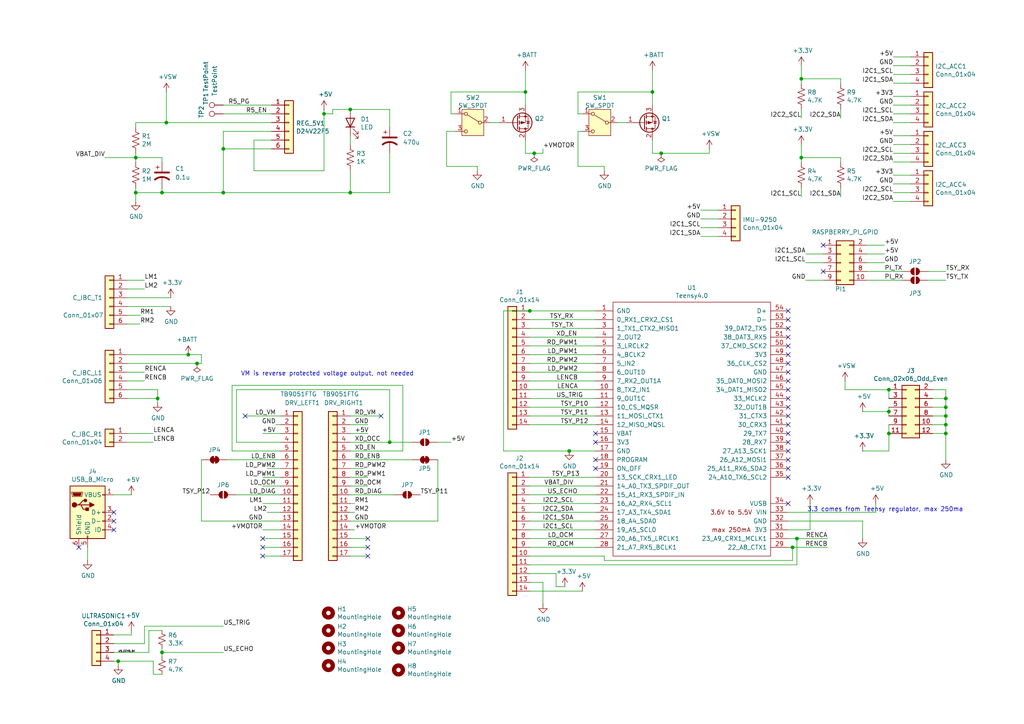
<source format=kicad_sch>
(kicad_sch (version 20250114) (generator "eeschema") (generator_version "9.0")
  (paper "A4")
  (text "3.3 comes from Teensy regulator, max 250ma" (at 279.4 148.59 0) (effects (font (size 1.27 1.27)) (justify right bottom)))
  (text "VM is reverse protected voltage output, not needed" (at 69.85 109.22 0) (effects (font (size 1.27 1.27)) (justify left bottom)))
  (junction (at 101.6 55.88))
  (junction (at 46.99 189.23))
  (junction (at 274.32 125.73))
  (junction (at 189.23 26.67))
  (junction (at 64.77 43.18))
  (junction (at 93.98 33.02))
  (junction (at 257.81 125.73))
  (junction (at 274.32 115.57))
  (junction (at 257.81 113.03))
  (junction (at 113.03 128.27))
  (junction (at 191.77 44.45))
  (junction (at 39.37 55.88))
  (junction (at 232.41 22.86))
  (junction (at 274.32 123.19))
  (junction (at 274.32 120.65))
  (junction (at 34.29 191.77))
  (junction (at 54.61 102.87))
  (junction (at 231.14 156.21))
  (junction (at 48.26 35.56))
  (junction (at 46.99 55.88))
  (junction (at 153.67 90.17))
  (junction (at 257.81 119.38))
  (junction (at 152.4 26.67))
  (junction (at 274.32 118.11))
  (junction (at 154.94 44.45))
  (junction (at 229.87 158.75))
  (junction (at 165.1 130.81))
  (junction (at 45.72 115.57))
  (junction (at 57.15 105.41))
  (junction (at 101.6 31.75))
  (junction (at 64.77 55.88))
  (junction (at 232.41 45.72))
  (junction (at 39.37 45.72))
  (no_connect (at 71.12 120.65))
  (no_connect (at 106.68 161.29))
  (no_connect (at 172.72 135.89))
  (no_connect (at 228.6 128.27))
  (no_connect (at 228.6 120.65))
  (no_connect (at 33.02 151.13))
  (no_connect (at 33.02 148.59))
  (no_connect (at 228.6 123.19))
  (no_connect (at 238.76 71.12))
  (no_connect (at 228.6 107.95))
  (no_connect (at 228.6 90.17))
  (no_connect (at 228.6 97.79))
  (no_connect (at 238.76 78.74))
  (no_connect (at 228.6 135.89))
  (no_connect (at 76.2 156.21))
  (no_connect (at 228.6 146.05))
  (no_connect (at 228.6 110.49))
  (no_connect (at 228.6 102.87))
  (no_connect (at 228.6 130.81))
  (no_connect (at 228.6 133.35))
  (no_connect (at 76.2 158.75))
  (no_connect (at 172.72 125.73))
  (no_connect (at 228.6 113.03))
  (no_connect (at 22.86 158.75))
  (no_connect (at 106.68 158.75))
  (no_connect (at 33.02 153.67))
  (no_connect (at 228.6 92.71))
  (no_connect (at 228.6 105.41))
  (no_connect (at 228.6 100.33))
  (no_connect (at 228.6 118.11))
  (no_connect (at 106.68 156.21))
  (no_connect (at 110.49 120.65))
  (no_connect (at 76.2 161.29))
  (no_connect (at 228.6 95.25))
  (no_connect (at 172.72 133.35))
  (no_connect (at 228.6 125.73))
  (no_connect (at 228.6 115.57))
  (no_connect (at 172.72 128.27))
  (no_connect (at 228.6 138.43))
  (wire (pts (xy 36.83 81.28) (xy 41.91 81.28)))
  (wire (pts (xy 78.74 43.18) (xy 64.77 43.18)))
  (wire (pts (xy 101.6 130.81) (xy 116.84 130.81)))
  (wire (pts (xy 157.48 168.91) (xy 157.48 175.26)))
  (wire (pts (xy 172.72 143.51) (xy 153.67 143.51)))
  (wire (pts (xy 205.74 44.45) (xy 205.74 43.18)))
  (wire (pts (xy 45.72 113.03) (xy 45.72 115.57)))
  (wire (pts (xy 257.81 119.38) (xy 257.81 120.65)))
  (wire (pts (xy 46.99 195.58) (xy 44.45 195.58)))
  (wire (pts (xy 64.77 30.48) (xy 78.74 30.48)))
  (wire (pts (xy 80.01 123.19) (xy 81.28 123.19)))
  (wire (pts (xy 73.66 49.53) (xy 93.98 49.53)))
  (wire (pts (xy 274.32 118.11) (xy 274.32 120.65)))
  (wire (pts (xy 36.83 102.87) (xy 54.61 102.87)))
  (wire (pts (xy 39.37 44.45) (xy 39.37 45.72)))
  (wire (pts (xy 106.68 161.29) (xy 101.6 161.29)))
  (wire (pts (xy 54.61 102.87) (xy 58.42 102.87)))
  (wire (pts (xy 45.72 116.84) (xy 45.72 115.57)))
  (wire (pts (xy 232.41 41.91) (xy 232.41 45.72)))
  (wire (pts (xy 38.1 184.15) (xy 38.1 182.88)))
  (wire (pts (xy 229.87 162.56) (xy 175.26 162.56)))
  (wire (pts (xy 153.67 171.45) (xy 168.91 171.45)))
  (wire (pts (xy 138.43 49.53) (xy 138.43 48.26)))
  (wire (pts (xy 101.6 120.65) (xy 110.49 120.65)))
  (wire (pts (xy 172.72 115.57) (xy 153.67 115.57)))
  (wire (pts (xy 68.58 113.03) (xy 68.58 128.27)))
  (wire (pts (xy 46.99 189.23) (xy 46.99 190.5)))
  (wire (pts (xy 153.67 107.95) (xy 172.72 107.95)))
  (wire (pts (xy 167.64 26.67) (xy 167.64 33.02)))
  (wire (pts (xy 68.58 128.27) (xy 81.28 128.27)))
  (wire (pts (xy 76.2 138.43) (xy 81.28 138.43)))
  (wire (pts (xy 231.14 156.21) (xy 231.14 163.83)))
  (wire (pts (xy 25.4 158.75) (xy 25.4 162.56)))
  (wire (pts (xy 36.83 113.03) (xy 45.72 113.03)))
  (wire (pts (xy 153.67 123.19) (xy 172.72 123.19)))
  (wire (pts (xy 232.41 54.61) (xy 232.41 57.15)))
  (wire (pts (xy 189.23 20.32) (xy 189.23 26.67)))
  (wire (pts (xy 152.4 40.64) (xy 152.4 44.45)))
  (wire (pts (xy 229.87 158.75) (xy 229.87 162.56)))
  (wire (pts (xy 152.4 20.32) (xy 152.4 26.67)))
  (wire (pts (xy 175.26 161.29) (xy 153.67 161.29)))
  (wire (pts (xy 48.26 26.67) (xy 48.26 35.56)))
  (wire (pts (xy 167.64 48.26) (xy 175.26 48.26)))
  (wire (pts (xy 232.41 31.75) (xy 232.41 34.29)))
  (wire (pts (xy 101.6 128.27) (xy 113.03 128.27)))
  (wire (pts (xy 48.26 35.56) (xy 78.74 35.56)))
  (wire (pts (xy 36.83 110.49) (xy 41.91 110.49)))
  (wire (pts (xy 172.72 138.43) (xy 153.67 138.43)))
  (wire (pts (xy 245.11 110.49) (xy 245.11 113.03)))
  (wire (pts (xy 259.08 19.05) (xy 264.16 19.05)))
  (wire (pts (xy 153.67 151.13) (xy 172.72 151.13)))
  (wire (pts (xy 101.6 148.59) (xy 102.87 148.59)))
  (wire (pts (xy 191.77 44.45) (xy 205.74 44.45)))
  (wire (pts (xy 259.08 53.34) (xy 264.16 53.34)))
  (wire (pts (xy 259.08 55.88) (xy 264.16 55.88)))
  (wire (pts (xy 234.95 153.67) (xy 234.95 146.05)))
  (wire (pts (xy 168.91 38.1) (xy 167.64 38.1)))
  (wire (pts (xy 106.68 158.75) (xy 101.6 158.75)))
  (wire (pts (xy 76.2 140.97) (xy 81.28 140.97)))
  (wire (pts (xy 113.03 55.88) (xy 101.6 55.88)))
  (wire (pts (xy 142.24 35.56) (xy 144.78 35.56)))
  (wire (pts (xy 243.84 46.99) (xy 243.84 45.72)))
  (wire (pts (xy 152.4 26.67) (xy 152.4 30.48)))
  (wire (pts (xy 238.76 81.28) (xy 233.68 81.28)))
  (wire (pts (xy 269.24 81.28) (xy 274.32 81.28)))
  (wire (pts (xy 251.46 71.12) (xy 256.54 71.12)))
  (wire (pts (xy 130.81 26.67) (xy 130.81 33.02)))
  (wire (pts (xy 46.99 187.96) (xy 46.99 189.23)))
  (wire (pts (xy 39.37 35.56) (xy 48.26 35.56)))
  (wire (pts (xy 36.83 105.41) (xy 57.15 105.41)))
  (wire (pts (xy 127 128.27) (xy 130.81 128.27)))
  (wire (pts (xy 146.05 90.17) (xy 146.05 130.81)))
  (wire (pts (xy 39.37 55.88) (xy 39.37 58.42)))
  (wire (pts (xy 270.51 123.19) (xy 274.32 123.19)))
  (wire (pts (xy 257.81 118.11) (xy 257.81 119.38)))
  (wire (pts (xy 44.45 191.77) (xy 34.29 191.77)))
  (wire (pts (xy 257.81 113.03) (xy 257.81 115.57)))
  (wire (pts (xy 274.32 125.73) (xy 274.32 133.35)))
  (wire (pts (xy 152.4 44.45) (xy 154.94 44.45)))
  (wire (pts (xy 228.6 156.21) (xy 231.14 156.21)))
  (wire (pts (xy 101.6 55.88) (xy 101.6 49.53)))
  (wire (pts (xy 153.67 158.75) (xy 172.72 158.75)))
  (wire (pts (xy 179.07 35.56) (xy 181.61 35.56)))
  (wire (pts (xy 64.77 38.1) (xy 64.77 43.18)))
  (wire (pts (xy 257.81 125.73) (xy 257.81 130.81)))
  (wire (pts (xy 71.12 120.65) (xy 81.28 120.65)))
  (wire (pts (xy 49.53 88.9) (xy 36.83 88.9)))
  (wire (pts (xy 77.47 148.59) (xy 81.28 148.59)))
  (wire (pts (xy 203.2 66.04) (xy 208.28 66.04)))
  (wire (pts (xy 113.03 36.83) (xy 113.03 31.75)))
  (wire (pts (xy 36.83 128.27) (xy 44.45 128.27)))
  (wire (pts (xy 153.67 97.79) (xy 172.72 97.79)))
  (wire (pts (xy 172.72 92.71) (xy 153.67 92.71)))
  (wire (pts (xy 67.31 111.76) (xy 116.84 111.76)))
  (wire (pts (xy 76.2 156.21) (xy 81.28 156.21)))
  (wire (pts (xy 167.64 38.1) (xy 167.64 48.26)))
  (wire (pts (xy 39.37 35.56) (xy 39.37 36.83)))
  (wire (pts (xy 64.77 33.02) (xy 78.74 33.02)))
  (wire (pts (xy 228.6 158.75) (xy 229.87 158.75)))
  (wire (pts (xy 34.29 191.77) (xy 34.29 193.04)))
  (wire (pts (xy 208.28 60.96) (xy 203.2 60.96)))
  (wire (pts (xy 39.37 54.61) (xy 39.37 55.88)))
  (wire (pts (xy 153.67 146.05) (xy 172.72 146.05)))
  (wire (pts (xy 39.37 55.88) (xy 46.99 55.88)))
  (wire (pts (xy 257.81 123.19) (xy 257.81 125.73)))
  (wire (pts (xy 153.67 168.91) (xy 157.48 168.91)))
  (wire (pts (xy 232.41 45.72) (xy 232.41 46.99)))
  (wire (pts (xy 105.41 135.89) (xy 101.6 135.89)))
  (wire (pts (xy 254 148.59) (xy 254 146.05)))
  (wire (pts (xy 44.45 195.58) (xy 44.45 191.77)))
  (wire (pts (xy 257.81 130.81) (xy 250.19 130.81)))
  (wire (pts (xy 46.99 189.23) (xy 64.77 189.23)))
  (wire (pts (xy 259.08 24.13) (xy 264.16 24.13)))
  (wire (pts (xy 259.08 30.48) (xy 264.16 30.48)))
  (wire (pts (xy 132.08 38.1) (xy 129.54 38.1)))
  (wire (pts (xy 274.32 120.65) (xy 274.32 123.19)))
  (wire (pts (xy 106.68 138.43) (xy 101.6 138.43)))
  (wire (pts (xy 172.72 90.17) (xy 153.67 90.17)))
  (wire (pts (xy 243.84 54.61) (xy 243.84 57.15)))
  (wire (pts (xy 78.74 38.1) (xy 64.77 38.1)))
  (wire (pts (xy 36.83 83.82) (xy 41.91 83.82)))
  (wire (pts (xy 203.2 68.58) (xy 208.28 68.58)))
  (wire (pts (xy 259.08 35.56) (xy 264.16 35.56)))
  (wire (pts (xy 157.48 44.45) (xy 154.94 44.45)))
  (wire (pts (xy 167.64 26.67) (xy 189.23 26.67)))
  (wire (pts (xy 172.72 148.59) (xy 153.67 148.59)))
  (wire (pts (xy 175.26 49.53) (xy 175.26 48.26)))
  (wire (pts (xy 153.67 100.33) (xy 172.72 100.33)))
  (wire (pts (xy 96.52 33.02) (xy 93.98 33.02)))
  (wire (pts (xy 36.83 125.73) (xy 44.45 125.73)))
  (wire (pts (xy 33.02 191.77) (xy 34.29 191.77)))
  (wire (pts (xy 243.84 45.72) (xy 232.41 45.72)))
  (wire (pts (xy 101.6 151.13) (xy 127 151.13)))
  (wire (pts (xy 116.84 111.76) (xy 116.84 130.81)))
  (wire (pts (xy 57.15 105.41) (xy 58.42 105.41)))
  (wire (pts (xy 129.54 38.1) (xy 129.54 48.26)))
  (wire (pts (xy 259.08 44.45) (xy 264.16 44.45)))
  (wire (pts (xy 76.2 153.67) (xy 81.28 153.67)))
  (wire (pts (xy 93.98 33.02) (xy 93.98 31.75)))
  (wire (pts (xy 130.81 26.67) (xy 152.4 26.67)))
  (wire (pts (xy 153.67 95.25) (xy 172.72 95.25)))
  (wire (pts (xy 67.31 130.81) (xy 67.31 111.76)))
  (wire (pts (xy 270.51 115.57) (xy 274.32 115.57)))
  (wire (pts (xy 259.08 58.42) (xy 264.16 58.42)))
  (wire (pts (xy 40.64 91.44) (xy 36.83 91.44)))
  (wire (pts (xy 238.76 73.66) (xy 233.68 73.66)))
  (wire (pts (xy 81.28 125.73) (xy 76.2 125.73)))
  (wire (pts (xy 58.42 102.87) (xy 58.42 105.41)))
  (wire (pts (xy 33.02 189.23) (xy 43.18 189.23)))
  (wire (pts (xy 46.99 46.99) (xy 46.99 45.72)))
  (wire (pts (xy 269.24 78.74) (xy 274.32 78.74)))
  (wire (pts (xy 64.77 55.88) (xy 101.6 55.88)))
  (wire (pts (xy 172.72 110.49) (xy 153.67 110.49)))
  (wire (pts (xy 153.67 113.03) (xy 172.72 113.03)))
  (wire (pts (xy 229.87 158.75) (xy 240.03 158.75)))
  (wire (pts (xy 101.6 146.05) (xy 102.87 146.05)))
  (wire (pts (xy 250.19 119.38) (xy 257.81 119.38)))
  (wire (pts (xy 157.48 43.18) (xy 157.48 44.45)))
  (wire (pts (xy 68.58 143.51) (xy 81.28 143.51)))
  (wire (pts (xy 232.41 22.86) (xy 232.41 24.13)))
  (wire (pts (xy 43.18 189.23) (xy 43.18 182.88)))
  (wire (pts (xy 153.67 166.37) (xy 161.29 166.37)))
  (wire (pts (xy 36.83 115.57) (xy 45.72 115.57)))
  (wire (pts (xy 76.2 158.75) (xy 81.28 158.75)))
  (wire (pts (xy 39.37 45.72) (xy 30.48 45.72)))
  (wire (pts (xy 101.6 123.19) (xy 106.68 123.19)))
  (wire (pts (xy 67.31 130.81) (xy 81.28 130.81)))
  (wire (pts (xy 153.67 153.67) (xy 172.72 153.67)))
  (wire (pts (xy 251.46 78.74) (xy 261.62 78.74)))
  (wire (pts (xy 46.99 54.61) (xy 46.99 55.88)))
  (wire (pts (xy 36.83 86.36) (xy 49.53 86.36)))
  (wire (pts (xy 264.16 16.51) (xy 259.08 16.51)))
  (wire (pts (xy 101.6 143.51) (xy 114.3 143.51)))
  (wire (pts (xy 153.67 140.97) (xy 172.72 140.97)))
  (wire (pts (xy 274.32 123.19) (xy 274.32 125.73)))
  (wire (pts (xy 46.99 55.88) (xy 64.77 55.88)))
  (wire (pts (xy 146.05 130.81) (xy 165.1 130.81)))
  (wire (pts (xy 77.47 135.89) (xy 81.28 135.89)))
  (wire (pts (xy 153.67 102.87) (xy 172.72 102.87)))
  (wire (pts (xy 113.03 113.03) (xy 68.58 113.03)))
  (wire (pts (xy 161.29 166.37) (xy 161.29 170.18)))
  (wire (pts (xy 64.77 43.18) (xy 64.77 55.88)))
  (wire (pts (xy 203.2 63.5) (xy 208.28 63.5)))
  (wire (pts (xy 41.91 181.61) (xy 64.77 181.61)))
  (wire (pts (xy 228.6 148.59) (xy 254 148.59)))
  (wire (pts (xy 106.68 156.21) (xy 101.6 156.21)))
  (wire (pts (xy 101.6 153.67) (xy 102.87 153.67)))
  (wire (pts (xy 36.83 107.95) (xy 41.91 107.95)))
  (wire (pts (xy 153.67 90.17) (xy 146.05 90.17)))
  (wire (pts (xy 39.37 45.72) (xy 39.37 46.99)))
  (wire (pts (xy 153.67 105.41) (xy 172.72 105.41)))
  (wire (pts (xy 270.51 125.73) (xy 274.32 125.73)))
  (wire (pts (xy 58.42 151.13) (xy 81.28 151.13)))
  (wire (pts (xy 245.11 113.03) (xy 257.81 113.03)))
  (wire (pts (xy 153.67 118.11) (xy 172.72 118.11)))
  (wire (pts (xy 129.54 48.26) (xy 138.43 48.26)))
  (wire (pts (xy 101.6 133.35) (xy 119.38 133.35)))
  (wire (pts (xy 165.1 130.81) (xy 172.72 130.81)))
  (wire (pts (xy 259.08 41.91) (xy 264.16 41.91)))
  (wire (pts (xy 76.2 146.05) (xy 81.28 146.05)))
  (wire (pts (xy 167.64 33.02) (xy 168.91 33.02)))
  (wire (pts (xy 228.6 153.67) (xy 234.95 153.67)))
  (wire (pts (xy 270.51 118.11) (xy 274.32 118.11)))
  (wire (pts (xy 76.2 161.29) (xy 81.28 161.29)))
  (wire (pts (xy 172.72 120.65) (xy 153.67 120.65)))
  (wire (pts (xy 251.46 81.28) (xy 261.62 81.28)))
  (wire (pts (xy 259.08 50.8) (xy 264.16 50.8)))
  (wire (pts (xy 113.03 44.45) (xy 113.03 55.88)))
  (wire (pts (xy 153.67 163.83) (xy 231.14 163.83)))
  (wire (pts (xy 251.46 76.2) (xy 256.54 76.2)))
  (wire (pts (xy 96.52 31.75) (xy 96.52 33.02)))
  (wire (pts (xy 231.14 156.21) (xy 240.03 156.21)))
  (wire (pts (xy 33.02 186.69) (xy 41.91 186.69)))
  (wire (pts (xy 78.74 40.64) (xy 73.66 40.64)))
  (wire (pts (xy 41.91 186.69) (xy 41.91 181.61)))
  (wire (pts (xy 264.16 27.94) (xy 259.08 27.94)))
  (wire (pts (xy 189.23 40.64) (xy 189.23 44.45)))
  (wire (pts (xy 127 151.13) (xy 127 133.35)))
  (wire (pts (xy 58.42 151.13) (xy 58.42 133.35)))
  (wire (pts (xy 274.32 115.57) (xy 274.32 118.11)))
  (wire (pts (xy 274.32 113.03) (xy 274.32 115.57)))
  (wire (pts (xy 101.6 31.75) (xy 96.52 31.75)))
  (wire (pts (xy 189.23 44.45) (xy 191.77 44.45)))
  (wire (pts (xy 259.08 46.99) (xy 264.16 46.99)))
  (wire (pts (xy 106.68 140.97) (xy 101.6 140.97)))
  (wire (pts (xy 73.66 40.64) (xy 73.66 49.53)))
  (wire (pts (xy 66.04 133.35) (xy 81.28 133.35)))
  (wire (pts (xy 39.37 45.72) (xy 46.99 45.72)))
  (wire (pts (xy 228.6 151.13) (xy 250.19 151.13)))
  (wire (pts (xy 113.03 128.27) (xy 113.03 113.03)))
  (wire (pts (xy 153.67 156.21) (xy 172.72 156.21)))
  (wire (pts (xy 93.98 49.53) (xy 93.98 33.02)))
  (wire (pts (xy 101.6 125.73) (xy 106.68 125.73)))
  (wire (pts (xy 101.6 31.75) (xy 113.03 31.75)))
  (wire (pts (xy 243.84 22.86) (xy 232.41 22.86)))
  (wire (pts (xy 259.08 21.59) (xy 264.16 21.59)))
  (wire (pts (xy 175.26 162.56) (xy 175.26 161.29)))
  (wire (pts (xy 238.76 76.2) (xy 233.68 76.2)))
  (wire (pts (xy 270.51 120.65) (xy 274.32 120.65)))
  (wire (pts (xy 243.84 31.75) (xy 243.84 34.29)))
  (wire (pts (xy 251.46 73.66) (xy 256.54 73.66)))
  (wire (pts (xy 189.23 26.67) (xy 189.23 30.48)))
  (wire (pts (xy 250.19 151.13) (xy 250.19 156.21)))
  (wire (pts (xy 33.02 184.15) (xy 38.1 184.15)))
  (wire (pts (xy 101.6 41.91) (xy 101.6 39.37)))
  (wire (pts (xy 161.29 170.18) (xy 163.83 170.18)))
  (wire (pts (xy 243.84 24.13) (xy 243.84 22.86)))
  (wire (pts (xy 232.41 19.05) (xy 232.41 22.86)))
  (wire (pts (xy 33.02 143.51) (xy 38.1 143.51)))
  (wire (pts (xy 43.18 182.88) (xy 46.99 182.88)))
  (wire (pts (xy 259.08 33.02) (xy 264.16 33.02)))
  (wire (pts (xy 130.81 33.02) (xy 132.08 33.02)))
  (wire (pts (xy 113.03 128.27) (xy 119.38 128.27)))
  (wire (pts (xy 40.64 93.98) (xy 36.83 93.98)))
  (wire (pts (xy 264.16 39.37) (xy 259.08 39.37)))
  (wire (pts (xy 270.51 113.03) (xy 274.32 113.03)))
  (label "TSY_RX" (at 274.32 78.74 0))
  (label "TSY_P12" (at 162.56 123.19 0))
  (label "US_ECHO" (at 158.75 143.51 0))
  (label "RD_DIAG" (at 102.87 143.51 0))
  (label "+5V" (at 259.08 16.51 180))
  (label "LD_PWM1" (at 167.64 102.87 180))
  (label "+5V" (at 256.54 73.66 0))
  (label "LENCA" (at 44.45 125.73 0))
  (label "GND" (at 233.68 81.28 180))
  (label "GND" (at 80.01 123.19 180))
  (label "TSY_RX" (at 166.37 92.71 180))
  (label "RM2" (at 40.64 93.98 0))
  (label "LENCA" (at 167.64 113.03 180))
  (label "XD_EN" (at 102.87 130.81 0))
  (label "I2C1_SCL" (at 259.08 21.59 180))
  (label "US_ECHO_5V" (at 34.29 189.23 0) (effects (font (size 0.508 0.508))))
  (label "RD_OCM" (at 102.87 140.97 0))
  (label "RENCA" (at 240.03 156.21 180))
  (label "RM1" (at 40.64 91.44 0))
  (label "I2C1_SDA" (at 166.37 151.13 180))
  (label "+5V" (at 259.08 39.37 180))
  (label "LD_OCM" (at 166.37 156.21 180))
  (label "RD_ENB" (at 102.87 133.35 0))
  (label "GND" (at 259.08 19.05 180))
  (label "LD_OCM" (at 80.01 140.97 180))
  (label "RD_PWM2" (at 102.87 135.89 0))
  (label "R5_PG" (at 72.39 30.48 180))
  (label "R5_EN" (at 77.47 33.02 180))
  (label "GND" (at 102.87 123.19 0))
  (label "I2C1_SDA" (at 259.08 35.56 180))
  (label "+3V3" (at 259.08 27.94 180))
  (label "I2C1_SCL" (at 166.37 153.67 180))
  (label "I2C2_SCL" (at 166.37 146.05 180))
  (label "PI_TX" (at 256.54 78.74 0))
  (label "TSY_P10" (at 162.56 118.11 0))
  (label "LD_DIAG" (at 80.01 143.51 180))
  (label "PI_RX" (at 256.54 81.28 0))
  (label "I2C1_SCL" (at 203.2 66.04 180))
  (label "GND" (at 259.08 30.48 180))
  (label "LD_PWM1" (at 80.01 138.43 180))
  (label "GND" (at 76.2 151.13 180))
  (label "I2C2_SDA" (at 259.08 58.42 180))
  (label "RENCB" (at 41.91 110.49 0))
  (label "TSY_P12" (at 60.96 143.51 180))
  (label "I2C2_SCL" (at 259.08 55.88 180))
  (label "GND" (at 259.08 53.34 180))
  (label "I2C1_SDA" (at 203.2 68.58 180))
  (label "I2C1_SDA" (at 243.84 57.15 180))
  (label "RM1" (at 102.87 146.05 0))
  (label "+5V" (at 102.87 125.73 0))
  (label "TSY_P13" (at 160.02 138.43 0))
  (label "XD_EN" (at 161.29 97.79 0))
  (label "+3V3" (at 259.08 50.8 180))
  (label "VBAT_DIV" (at 166.37 140.97 180))
  (label "LD_PWM2" (at 80.01 135.89 180))
  (label "US_TRIG" (at 64.77 181.61 0))
  (label "LM2" (at 77.47 148.59 180))
  (label "TSY_TX" (at 166.37 95.25 180))
  (label "I2C2_SCL" (at 232.41 34.29 180))
  (label "I2C1_SCL" (at 233.68 76.2 180))
  (label "GND" (at 256.54 76.2 0))
  (label "VBAT_DIV" (at 30.48 45.72 180))
  (label "GND" (at 102.87 151.13 0))
  (label "RD_PWM1" (at 102.87 138.43 0))
  (label "+VMOTOR" (at 76.2 153.67 180))
  (label "I2C1_SDA" (at 259.08 24.13 180))
  (label "LM2" (at 41.91 83.82 0))
  (label "RM2" (at 102.87 148.59 0))
  (label "RENCA" (at 41.91 107.95 0))
  (label "+5V" (at 203.2 60.96 180))
  (label "I2C1_SCL" (at 259.08 33.02 180))
  (label "LM1" (at 41.91 81.28 0))
  (label "TSY_TX" (at 274.32 81.28 0))
  (label "+5V" (at 130.81 128.27 0))
  (label "RD_OCM" (at 158.75 158.75 0))
  (label "I2C1_SCL" (at 232.41 57.15 180))
  (label "TSY_P11" (at 121.92 143.51 0))
  (label "I2C2_SDA" (at 166.37 148.59 180))
  (label "RD_VM" (at 102.87 120.65 0))
  (label "I2C1_SDA" (at 233.68 73.66 180))
  (label "LENCB" (at 44.45 128.27 0))
  (label "LD_ENB" (at 80.01 133.35 180))
  (label "US_ECHO" (at 64.77 189.23 0))
  (label "+VMOTOR" (at 102.87 153.67 0))
  (label "I2C2_SDA" (at 243.84 34.29 180))
  (label "RD_PWM2" (at 167.64 105.41 180))
  (label "LENCB" (at 167.64 110.49 180))
  (label "+5V" (at 80.01 125.73 180))
  (label "RENCB" (at 240.03 158.75 180))
  (label "GND" (at 203.2 63.5 180))
  (label "LM1" (at 76.2 146.05 180))
  (label "I2C2_SCL" (at 259.08 44.45 180))
  (label "+5V" (at 256.54 71.12 0))
  (label "LD_PWM2" (at 167.64 107.95 180))
  (label "GND" (at 259.08 41.91 180))
  (label "+VMOTOR" (at 157.48 43.18 0))
  (label "LD_VM" (at 80.01 120.65 180))
  (label "I2C2_SDA" (at 259.08 46.99 180))
  (label "XD_OCC" (at 102.87 128.27 0))
  (label "TSY_P11" (at 162.56 120.65 0))
  (label "RD_PWM1" (at 167.64 100.33 180))
  (label "US_TRIG" (at 161.29 115.57 0))
  (symbol (lib_id "teensy:Teensy4.0") (at 200.66 124.46 0) (unit 1)
    (property "Reference" "U1" (at 200.66 83.439 0))
    (property "Value" "Teensy4.0" (at 200.66 85.7504 0))
    (property "Footprint" "teensy:Teensy40_simple" (effects (hide yes)))
  )
  (symbol (lib_id "Connector_Generic:Conn_01x04") (at 213.36 63.5 0) (unit 1)
    (property "Reference" "IMU-9250" (at 215.392 63.7032 0) (effects (justify left)))
    (property "Value" "Conn_01x04" (at 215.392 66.0146 0) (effects (justify left)))
    (property "Footprint" "teensy:MPU9250_BB" (effects (hide yes)))
  )
  (symbol (lib_id "Connector_Generic:Conn_01x06") (at 31.75 86.36 0) (mirror y) (unit 1)
    (property "Reference" "C_IBC_T1" (at 25.4 86.36 0))
    (property "Value" "Conn_01x07" (at 24.13 91.44 0))
    (property "Footprint" "Connector_PinHeader_2.54mm:PinHeader_1x06_P2.54mm_Vertical" (effects (hide yes)))
  )
  (symbol (lib_id "Connector_Generic:Conn_01x17") (at 86.36 140.97 0) (unit 1)
    (property "Reference" "DRV_LEFT1" (at 82.55 116.84 0) (effects (justify left)))
    (property "Value" "TB9051FTG" (at 81.28 114.3 0) (effects (justify left)))
    (property "Footprint" "teensy:TB9051FTG_db" (effects (hide yes)))
  )
  (symbol (lib_id "Connector_Generic:Conn_01x06") (at 83.82 35.56 0) (unit 1)
    (property "Reference" "REG_5V1" (at 85.852 35.7632 0) (effects (justify left)))
    (property "Value" "D24V22F5" (at 85.852 38.0746 0) (effects (justify left)))
    (property "Footprint" "teensy:D24V2F5_bb" (effects (hide yes)))
  )
  (symbol (lib_id "Connector_Generic:Conn_01x06") (at 31.75 107.95 0) (mirror y) (unit 1)
    (property "Reference" "C_IBC_L1" (at 29.718 108.1532 0) (effects (justify left)))
    (property "Value" "Conn_01x06" (at 29.718 110.4646 0) (effects (justify left)))
    (property "Footprint" "Connector_PinHeader_2.54mm:PinHeader_1x06_P2.54mm_Vertical" (effects (hide yes)))
  )
  (symbol (lib_id "Device:LED") (at 101.6 35.56 90) (unit 1)
    (property "Reference" "D1" (at 104.5718 34.5694 90) (effects (justify right)))
    (property "Value" "LED" (at 104.5718 36.8808 90) (effects (justify right)))
    (property "Footprint" "LED_THT:LED_D5.0mm" (effects (hide yes)))
  )
  (symbol (lib_id "Device:R_US") (at 101.6 45.72 0) (unit 1)
    (property "Reference" "R3" (at 103.3272 44.5516 0) (effects (justify left)))
    (property "Value" "1K" (at 103.3272 46.863 0) (effects (justify left)))
    (property "Footprint" "Resistor_THT:R_Axial_DIN0309_L9.0mm_D3.2mm_P2.54mm_Vertical" (effects (hide yes)))
  )
  (symbol (lib_id "Device:R_US") (at 39.37 40.64 0) (unit 1)
    (property "Reference" "R1" (at 41.0972 39.4716 0) (effects (justify left)))
    (property "Value" "2M" (at 41.0972 41.783 0) (effects (justify left)))
    (property "Footprint" "Resistor_THT:R_Axial_DIN0309_L9.0mm_D3.2mm_P2.54mm_Vertical" (effects (hide yes)))
  )
  (symbol (lib_id "Device:R_US") (at 39.37 50.8 0) (unit 1)
    (property "Reference" "R2" (at 41.0972 49.6316 0) (effects (justify left)))
    (property "Value" "1M" (at 41.0972 51.943 0) (effects (justify left)))
    (property "Footprint" "Resistor_THT:R_Axial_DIN0309_L9.0mm_D3.2mm_P2.54mm_Vertical" (effects (hide yes)))
  )
  (symbol (lib_id "power:GND") (at 39.37 58.42 0) (unit 1)
    (property "Reference" "#PWR0101" (effects (hide yes)))
    (property "Value" "GND" (at 39.497 62.8142 0))
  )
  (symbol (lib_id "power:+5V") (at 93.98 31.75 0) (unit 1)
    (property "Reference" "#PWR0102" (effects (hide yes)))
    (property "Value" "+5V" (at 94.361 27.3558 0))
  )
  (symbol (lib_id "power:+BATT") (at 189.23 20.32 0) (unit 1)
    (property "Reference" "#PWR0103" (effects (hide yes)))
    (property "Value" "+BATT" (at 189.611 15.9258 0))
  )
  (symbol (lib_id "power:+VSW") (at 205.74 43.18 0) (unit 1)
    (property "Reference" "#PWR0104" (effects (hide yes)))
    (property "Value" "+VSW" (at 206.121 38.7858 0))
  )
  (symbol (lib_id "power:+BATT") (at 54.61 102.87 0) (mirror y) (unit 1)
    (property "Reference" "#PWR0109" (effects (hide yes)))
    (property "Value" "+BATT" (at 54.229 98.4758 0))
  )
  (symbol (lib_id "power:GND") (at 49.53 88.9 0) (unit 1)
    (property "Reference" "#PWR0110" (effects (hide yes)))
    (property "Value" "GND" (at 49.657 93.2942 0))
  )
  (symbol (lib_id "power:GND") (at 250.19 156.21 0) (unit 1)
    (property "Reference" "#PWR012" (effects (hide yes)))
    (property "Value" "GND" (at 250.317 160.6042 0))
  )
  (symbol (lib_id "power:+5V") (at 254 146.05 0) (unit 1)
    (property "Reference" "#PWR013" (effects (hide yes)))
    (property "Value" "+5V" (at 254.381 141.6558 0))
  )
  (symbol (lib_id "Connector:TestPoint") (at 64.77 30.48 90) (unit 1)
    (property "Reference" "TP1" (at 59.69 30.48 0) (effects (justify left)))
    (property "Value" "TestPoint" (at 59.69 26.67 0) (effects (justify left)))
    (property "Footprint" "TestPoint:TestPoint_Pad_D2.0mm" (effects (hide yes)))
  )
  (symbol (lib_id "Connector:TestPoint") (at 64.77 33.02 90) (unit 1)
    (property "Reference" "TP2" (at 58.42 34.29 0) (effects (justify left)))
    (property "Value" "TestPoint" (at 62.23 27.94 0) (effects (justify left)))
    (property "Footprint" "TestPoint:TestPoint_Pad_D2.0mm" (effects (hide yes)))
  )
  (symbol (lib_id "Connector_Generic:Conn_01x04") (at 27.94 186.69 0) (mirror y) (unit 1)
    (property "Reference" "ULTRASONIC1" (at 30.0228 178.6382 0))
    (property "Value" "Conn_01x04" (at 30.0228 180.9496 0))
    (property "Footprint" "Connector_PinHeader_2.54mm:PinHeader_1x04_P2.54mm_Vertical" (effects (hide yes)))
  )
  (symbol (lib_id "Connector_Generic:Conn_01x17") (at 96.52 140.97 0) (mirror y) (unit 1)
    (property "Reference" "DRV_RIGHT1" (at 105.41 116.84 0) (effects (justify left)))
    (property "Value" "TB9051FTG" (at 104.14 114.3 0) (effects (justify left)))
    (property "Footprint" "teensy:TB9051FTG_db" (effects (hide yes)))
  )
  (symbol (lib_id "power:+5V") (at 38.1 182.88 0) (unit 1)
    (property "Reference" "#PWR04" (effects (hide yes)))
    (property "Value" "+5V" (at 38.481 178.4858 0))
  )
  (symbol (lib_id "power:GND") (at 34.29 193.04 0) (unit 1)
    (property "Reference" "#PWR03" (effects (hide yes)))
    (property "Value" "GND" (at 34.417 197.4342 0))
  )
  (symbol (lib_id "Device:R_Small_US") (at 46.99 185.42 0) (unit 1)
    (property "Reference" "R6" (at 48.7172 184.2516 0) (effects (justify left)))
    (property "Value" "3.3K" (at 48.7172 186.563 0) (effects (justify left)))
    (property "Footprint" "Resistor_THT:R_Axial_DIN0309_L9.0mm_D3.2mm_P2.54mm_Vertical" (effects (hide yes)))
  )
  (symbol (lib_id "Device:R_Small_US") (at 46.99 193.04 0) (unit 1)
    (property "Reference" "R7" (at 48.7172 191.8716 0) (effects (justify left)))
    (property "Value" "4.7K" (at 48.7172 194.183 0) (effects (justify left)))
    (property "Footprint" "Resistor_THT:R_Axial_DIN0309_L9.0mm_D3.2mm_P2.54mm_Vertical" (effects (hide yes)))
  )
  (symbol (lib_id "Connector_Generic:Conn_01x14") (at 148.59 105.41 0) (mirror y) (unit 1)
    (property "Reference" "J1" (at 150.6728 84.6582 0))
    (property "Value" "Conn_01x14" (at 150.6728 86.9696 0))
    (property "Footprint" "Connector_PinHeader_2.54mm:PinHeader_1x14_P2.54mm_Vertical" (effects (hide yes)))
  )
  (symbol (lib_id "power:+3.3V") (at 234.95 146.05 0) (unit 1)
    (property "Reference" "#PWR01" (effects (hide yes)))
    (property "Value" "+3.3V" (at 235.331 141.6558 0))
  )
  (symbol (lib_id "Device:R_US") (at 232.41 50.8 0) (unit 1)
    (property "Reference" "R4" (at 234.1372 49.6316 0) (effects (justify left)))
    (property "Value" "4.7K" (at 234.1372 51.943 0) (effects (justify left)))
    (property "Footprint" "Resistor_THT:R_Axial_DIN0309_L9.0mm_D3.2mm_P2.54mm_Vertical" (effects (hide yes)))
  )
  (symbol (lib_id "Device:R_US") (at 243.84 50.8 0) (unit 1)
    (property "Reference" "R5" (at 245.5672 49.6316 0) (effects (justify left)))
    (property "Value" "4.7K" (at 245.5672 51.943 0) (effects (justify left)))
    (property "Footprint" "Resistor_THT:R_Axial_DIN0309_L9.0mm_D3.2mm_P2.54mm_Vertical" (effects (hide yes)))
  )
  (symbol (lib_id "power:+3.3V") (at 232.41 41.91 0) (unit 1)
    (property "Reference" "#PWR02" (effects (hide yes)))
    (property "Value" "+3.3V" (at 232.791 37.5158 0))
  )
  (symbol (lib_id "Connector_Generic:Conn_01x04") (at 269.24 19.05 0) (unit 1)
    (property "Reference" "I2C_ACC1" (at 271.272 19.2532 0) (effects (justify left)))
    (property "Value" "Conn_01x04" (at 271.272 21.5646 0) (effects (justify left)))
    (property "Footprint" "Connector_PinHeader_2.54mm:PinHeader_1x04_P2.54mm_Vertical" (effects (hide yes)))
  )
  (symbol (lib_id "Connector_Generic:Conn_01x04") (at 269.24 30.48 0) (unit 1)
    (property "Reference" "I2C_ACC2" (at 271.272 30.6832 0) (effects (justify left)))
    (property "Value" "Conn_01x04" (at 271.272 32.9946 0) (effects (justify left)))
    (property "Footprint" "Connector_PinHeader_2.54mm:PinHeader_1x04_P2.54mm_Vertical" (effects (hide yes)))
  )
  (symbol (lib_id "Connector_Generic:Conn_01x04") (at 269.24 41.91 0) (unit 1)
    (property "Reference" "I2C_ACC3" (at 271.272 42.1132 0) (effects (justify left)))
    (property "Value" "Conn_01x04" (at 271.272 44.4246 0) (effects (justify left)))
    (property "Footprint" "Connector_PinHeader_2.54mm:PinHeader_1x04_P2.54mm_Vertical" (effects (hide yes)))
  )
  (symbol (lib_id "Connector_Generic:Conn_01x04") (at 269.24 53.34 0) (unit 1)
    (property "Reference" "I2C_ACC4" (at 271.272 53.5432 0) (effects (justify left)))
    (property "Value" "Conn_01x04" (at 271.272 55.8546 0) (effects (justify left)))
    (property "Footprint" "Connector_PinHeader_2.54mm:PinHeader_1x04_P2.54mm_Vertical" (effects (hide yes)))
  )
  (symbol (lib_id "power:PWR_FLAG") (at 191.77 44.45 180) (unit 1)
    (property "Reference" "#FLG01" (effects (hide yes)))
    (property "Value" "PWR_FLAG" (at 191.77 48.8442 0))
  )
  (symbol (lib_id "power:GND") (at 45.72 116.84 0) (unit 1)
    (property "Reference" "#PWR0106" (effects (hide yes)))
    (property "Value" "GND" (at 45.847 121.2342 0))
  )
  (symbol (lib_id "Connector_Generic:Conn_02x05_Odd_Even") (at 243.84 76.2 0) (unit 1)
    (property "Reference" "PI1" (at 243.84 83.82 0))
    (property "Value" "RASPBERRY_PI_GPIO" (at 245.11 67.31 0))
    (property "Footprint" "Connector_PinHeader_2.54mm:PinHeader_2x05_P2.54mm_Vertical" (effects (hide yes)))
  )
  (symbol (lib_id "Connector_Generic:Conn_01x14") (at 148.59 153.67 0) (mirror y) (unit 1)
    (property "Reference" "J2" (at 150.6728 132.9182 0))
    (property "Value" "Conn_01x14" (at 150.6728 135.2296 0))
    (property "Footprint" "Connector_PinHeader_2.54mm:PinHeader_1x14_P2.54mm_Vertical" (effects (hide yes)))
  )
  (symbol (lib_id "power:GND") (at 165.1 130.81 0) (unit 1)
    (property "Reference" "#PWR07" (effects (hide yes)))
    (property "Value" "GND" (at 165.227 135.2042 0))
  )
  (symbol (lib_id "power:+3.3V") (at 163.83 170.18 0) (unit 1)
    (property "Reference" "#PWR06" (effects (hide yes)))
    (property "Value" "+3.3V" (at 164.211 165.7858 0))
  )
  (symbol (lib_id "power:GND") (at 157.48 175.26 0) (unit 1)
    (property "Reference" "#PWR05" (effects (hide yes)))
    (property "Value" "GND" (at 157.607 179.6542 0))
  )
  (symbol (lib_id "power:+5V") (at 168.91 171.45 0) (unit 1)
    (property "Reference" "#PWR08" (effects (hide yes)))
    (property "Value" "+5V" (at 169.291 167.0558 0))
  )
  (symbol (lib_id "power:GND") (at 274.32 133.35 0) (unit 1)
    (property "Reference" "#PWR014" (effects (hide yes)))
    (property "Value" "GND" (at 274.447 137.7442 0))
  )
  (symbol (lib_id "Device:Q_PMOS_GDS") (at 186.69 35.56 0) (mirror x) (unit 1)
    (property "Reference" "Q1" (at 191.897 34.3916 0) (effects (justify left)))
    (property "Value" "Q_PMOS_DGS" (effects (hide yes)))
    (property "Footprint" "Package_TO_SOT_THT:TO-251-3_Vertical" (effects (hide yes)))
  )
  (symbol (lib_id "Switch:SW_SPDT") (at 173.99 35.56 0) (mirror y) (unit 1)
    (property "Reference" "SW1" (at 173.99 28.321 0))
    (property "Value" "SW_SPDT" (at 173.99 30.6324 0))
    (property "Footprint" "teensy:Switch" (effects (hide yes)))
  )
  (symbol (lib_id "Switch:SW_SPDT") (at 137.16 35.56 0) (mirror y) (unit 1)
    (property "Reference" "SW2" (at 137.16 28.321 0))
    (property "Value" "SW_SPDT" (at 137.16 30.6324 0))
    (property "Footprint" "teensy:Switch" (effects (hide yes)))
  )
  (symbol (lib_id "power:+3.3V") (at 250.19 130.81 0) (unit 1)
    (property "Reference" "#PWR011" (effects (hide yes)))
    (property "Value" "+3.3V" (at 250.571 126.4158 0))
  )
  (symbol (lib_id "power:+5V") (at 250.19 119.38 0) (unit 1)
    (property "Reference" "#PWR010" (effects (hide yes)))
    (property "Value" "+5V" (at 250.571 114.9858 0))
  )
  (symbol (lib_id "power:+VSW") (at 245.11 110.49 0) (unit 1)
    (property "Reference" "#PWR09" (effects (hide yes)))
    (property "Value" "+VSW" (at 245.491 106.0958 0))
  )
  (symbol (lib_id "power:GND") (at 175.26 49.53 0) (unit 1)
    (property "Reference" "#PWR0107" (effects (hide yes)))
    (property "Value" "GND" (at 175.387 53.9242 0))
  )
  (symbol (lib_id "Connector:USB_B_Micro") (at 25.4 148.59 0) (unit 1)
    (property "Reference" "J4" (at 26.8478 136.7282 0))
    (property "Value" "USB_B_Micro" (at 26.8478 139.0396 0))
    (property "Footprint" "Connector_USB:USB_Micro-B_Molex_47346-0001" (effects (hide yes)))
  )
  (symbol (lib_id "Jumper:SolderJumper_2_Open") (at 118.11 143.51 0) (mirror y) (unit 1)
    (property "Reference" "JP7" (at 118.11 140.6398 0))
    (property "Value" "SolderJumper_2_Open" (effects (hide yes)))
    (property "Footprint" "Jumper:SolderJumper-2_P1.3mm_Open_RoundedPad1.0x1.5mm" (effects (hide yes)))
  )
  (symbol (lib_id "Jumper:SolderJumper_2_Open") (at 64.77 143.51 0) (mirror y) (unit 1)
    (property "Reference" "JP6" (at 64.77 140.6398 0))
    (property "Value" "SolderJumper_2_Open" (effects (hide yes)))
    (property "Footprint" "Jumper:SolderJumper-2_P1.3mm_Open_RoundedPad1.0x1.5mm" (effects (hide yes)))
  )
  (symbol (lib_id "power:+BATT") (at 152.4 20.32 0) (unit 1)
    (property "Reference" "#PWR0108" (effects (hide yes)))
    (property "Value" "+BATT" (at 152.781 15.9258 0))
  )
  (symbol (lib_id "power:PWR_FLAG") (at 154.94 44.45 180) (unit 1)
    (property "Reference" "#FLG0101" (effects (hide yes)))
    (property "Value" "PWR_FLAG" (at 154.94 48.8442 0))
  )
  (symbol (lib_id "Device:Q_PMOS_GDS") (at 149.86 35.56 0) (mirror x) (unit 1)
    (property "Reference" "Q2" (at 155.067 34.3916 0) (effects (justify left)))
    (property "Value" "Q_PMOS_DGS" (effects (hide yes)))
    (property "Footprint" "Package_TO_SOT_THT:TO-251-3_Vertical" (effects (hide yes)))
  )
  (symbol (lib_id "power:GND") (at 138.43 49.53 0) (unit 1)
    (property "Reference" "#PWR0111" (effects (hide yes)))
    (property "Value" "GND" (at 138.557 53.9242 0))
  )
  (symbol (lib_id "power:PWR_FLAG") (at 57.15 105.41 0) (mirror x) (unit 1)
    (property "Reference" "#FLG0102" (effects (hide yes)))
    (property "Value" "PWR_FLAG" (at 57.15 109.8042 0))
  )
  (symbol (lib_id "power:GND") (at 25.4 162.56 0) (unit 1)
    (property "Reference" "#PWR016" (effects (hide yes)))
    (property "Value" "GND" (at 25.527 166.9542 0))
  )
  (symbol (lib_id "power:+5V") (at 38.1 143.51 0) (unit 1)
    (property "Reference" "#PWR017" (effects (hide yes)))
    (property "Value" "+5V" (at 38.481 139.1158 0))
  )
  (symbol (lib_id "Mechanical:MountingHole") (at 95.25 193.04 0) (unit 1)
    (property "Reference" "H4" (at 97.79 191.8716 0) (effects (justify left)))
    (property "Value" "MountingHole" (at 97.79 194.183 0) (effects (justify left)))
    (property "Footprint" "MountingHole:MountingHole_2.5mm" (effects (hide yes)))
  )
  (symbol (lib_id "Mechanical:MountingHole") (at 95.25 187.96 0) (unit 1)
    (property "Reference" "H3" (at 97.79 186.7916 0) (effects (justify left)))
    (property "Value" "MountingHole" (at 97.79 189.103 0) (effects (justify left)))
    (property "Footprint" "MountingHole:MountingHole_2.5mm" (effects (hide yes)))
  )
  (symbol (lib_id "Mechanical:MountingHole") (at 95.25 182.88 0) (unit 1)
    (property "Reference" "H2" (at 97.79 181.7116 0) (effects (justify left)))
    (property "Value" "MountingHole" (at 97.79 184.023 0) (effects (justify left)))
    (property "Footprint" "MountingHole:MountingHole_2.5mm" (effects (hide yes)))
  )
  (symbol (lib_id "Mechanical:MountingHole") (at 95.25 177.8 0) (unit 1)
    (property "Reference" "H1" (at 97.79 176.6316 0) (effects (justify left)))
    (property "Value" "MountingHole" (at 97.79 178.943 0) (effects (justify left)))
    (property "Footprint" "MountingHole:MountingHole_2.5mm" (effects (hide yes)))
  )
  (symbol (lib_id "Mechanical:MountingHole") (at 115.57 177.8 0) (unit 1)
    (property "Reference" "H5" (at 118.11 176.6316 0) (effects (justify left)))
    (property "Value" "MountingHole" (at 118.11 178.943 0) (effects (justify left)))
    (property "Footprint" "teensy:MountingHole_6mm_passthrough" (effects (hide yes)))
  )
  (symbol (lib_id "Mechanical:MountingHole") (at 115.57 194.31 0) (unit 1)
    (property "Reference" "H8" (at 118.11 193.1416 0) (effects (justify left)))
    (property "Value" "MountingHole" (at 118.11 195.453 0) (effects (justify left)))
    (property "Footprint" "teensy:MountingHole_6mm_passthrough" (effects (hide yes)))
  )
  (symbol (lib_id "Mechanical:MountingHole") (at 115.57 187.96 0) (unit 1)
    (property "Reference" "H7" (at 118.11 186.7916 0) (effects (justify left)))
    (property "Value" "MountingHole" (at 118.11 189.103 0) (effects (justify left)))
    (property "Footprint" "teensy:MountingHole_6mm_passthrough" (effects (hide yes)))
  )
  (symbol (lib_id "Mechanical:MountingHole") (at 115.57 182.88 0) (unit 1)
    (property "Reference" "H6" (at 118.11 181.7116 0) (effects (justify left)))
    (property "Value" "MountingHole" (at 118.11 184.023 0) (effects (justify left)))
    (property "Footprint" "teensy:MountingHole_6mm_passthrough" (effects (hide yes)))
  )
  (symbol (lib_id "Connector_Generic:Conn_02x06_Odd_Even") (at 262.89 118.11 0) (unit 1)
    (property "Reference" "J3" (at 264.16 107.5182 0))
    (property "Value" "Conn_02x06_Odd_Even" (at 264.16 109.8296 0))
    (property "Footprint" "Connector_PinHeader_2.54mm:PinHeader_2x06_P2.54mm_Vertical" (effects (hide yes)))
  )
  (symbol (lib_id "power:+VSW") (at 48.26 26.67 0) (unit 1)
    (property "Reference" "#PWR0112" (effects (hide yes)))
    (property "Value" "+VSW" (at 48.641 22.2758 0))
  )
  (symbol (lib_id "Jumper:SolderJumper_2_Open") (at 123.19 128.27 0) (mirror y) (unit 1)
    (property "Reference" "JP1" (at 123.19 125.3998 0))
    (property "Value" "SolderJumper_2_Open" (effects (hide yes)))
    (property "Footprint" "Jumper:SolderJumper-2_P1.3mm_Open_RoundedPad1.0x1.5mm" (effects (hide yes)))
  )
  (symbol (lib_id "Jumper:SolderJumper_2_Open") (at 265.43 78.74 0) (unit 1)
    (property "Reference" "JP2" (at 265.43 75.8698 0))
    (property "Value" "SolderJumper_2_Open" (effects (hide yes)))
    (property "Footprint" "Jumper:SolderJumper-2_P1.3mm_Open_RoundedPad1.0x1.5mm" (effects (hide yes)))
  )
  (symbol (lib_id "Jumper:SolderJumper_2_Open") (at 265.43 81.28 0) (unit 1)
    (property "Reference" "JP3" (at 265.43 85.09 0))
    (property "Value" "SolderJumper_2_Open" (effects (hide yes)))
    (property "Footprint" "Jumper:SolderJumper-2_P1.3mm_Open_RoundedPad1.0x1.5mm" (effects (hide yes)))
  )
  (symbol (lib_id "Jumper:SolderJumper_2_Bridged") (at 123.19 133.35 0) (mirror y) (unit 1)
    (property "Reference" "JP5" (at 123.19 135.89 0))
    (property "Value" "SolderJumper_2_Bridged" (effects (hide yes)))
    (property "Footprint" "Jumper:SolderJumper-2_P1.3mm_Bridged_RoundedPad1.0x1.5mm" (effects (hide yes)))
  )
  (symbol (lib_id "Jumper:SolderJumper_2_Bridged") (at 62.23 133.35 0) (unit 1)
    (property "Reference" "JP4" (at 62.23 130.4798 0))
    (property "Value" "SolderJumper_2_Bridged" (effects (hide yes)))
    (property "Footprint" "Jumper:SolderJumper-2_P1.3mm_Bridged_RoundedPad1.0x1.5mm" (effects (hide yes)))
  )
  (symbol (lib_id "Connector_Generic:Conn_01x02") (at 31.75 125.73 0) (mirror y) (unit 1)
    (property "Reference" "C_IBC_R1" (at 29.718 125.9332 0) (effects (justify left)))
    (property "Value" "Conn_01x04" (at 29.718 128.2446 0) (effects (justify left)))
    (property "Footprint" "Connector_PinHeader_2.54mm:PinHeader_1x02_P2.54mm_Vertical" (effects (hide yes)))
  )
  (symbol (lib_id "Device:R_US") (at 232.41 27.94 0) (unit 1)
    (property "Reference" "R8" (at 234.1372 26.7716 0) (effects (justify left)))
    (property "Value" "4.7K" (at 234.1372 29.083 0) (effects (justify left)))
    (property "Footprint" "Resistor_THT:R_Axial_DIN0309_L9.0mm_D3.2mm_P2.54mm_Vertical" (effects (hide yes)))
  )
  (symbol (lib_id "Device:R_US") (at 243.84 27.94 0) (unit 1)
    (property "Reference" "R9" (at 245.5672 26.7716 0) (effects (justify left)))
    (property "Value" "4.7K" (at 245.5672 29.083 0) (effects (justify left)))
    (property "Footprint" "Resistor_THT:R_Axial_DIN0309_L9.0mm_D3.2mm_P2.54mm_Vertical" (effects (hide yes)))
  )
  (symbol (lib_id "power:+3.3V") (at 232.41 19.05 0) (unit 1)
    (property "Reference" "#PWR015" (effects (hide yes)))
    (property "Value" "+3.3V" (at 232.791 14.6558 0))
  )
  (symbol (lib_id "power:+3.3V") (at 49.53 86.36 0) (unit 1)
    (property "Reference" "#PWR0105" (effects (hide yes)))
    (property "Value" "+3.3V" (at 49.911 81.9658 0))
  )
  (symbol (lib_id "Device:C_Polarized_US") (at 46.99 50.8 0) (unit 1)
    (property "Reference" "C1" (at 50.8 48.895 0) (effects (justify left)))
    (property "Value" "0.1u" (at 50.8 51.435 0) (effects (justify left)))
    (property "Footprint" "Capacitor_THT:C_Disc_D5.0mm_W2.5mm_P5.00mm" (effects (hide yes)))
  )
  (symbol (lib_id "Device:C_Polarized_US") (at 113.03 40.64 0) (unit 1)
    (property "Reference" "C2" (at 116.84 38.735 0) (effects (justify left)))
    (property "Value" "470u" (at 116.84 41.275 0) (effects (justify left)))
    (property "Footprint" "Capacitor_THT:CP_Radial_D6.3mm_P2.50mm" (effects (hide yes)))
  )
)
</source>
